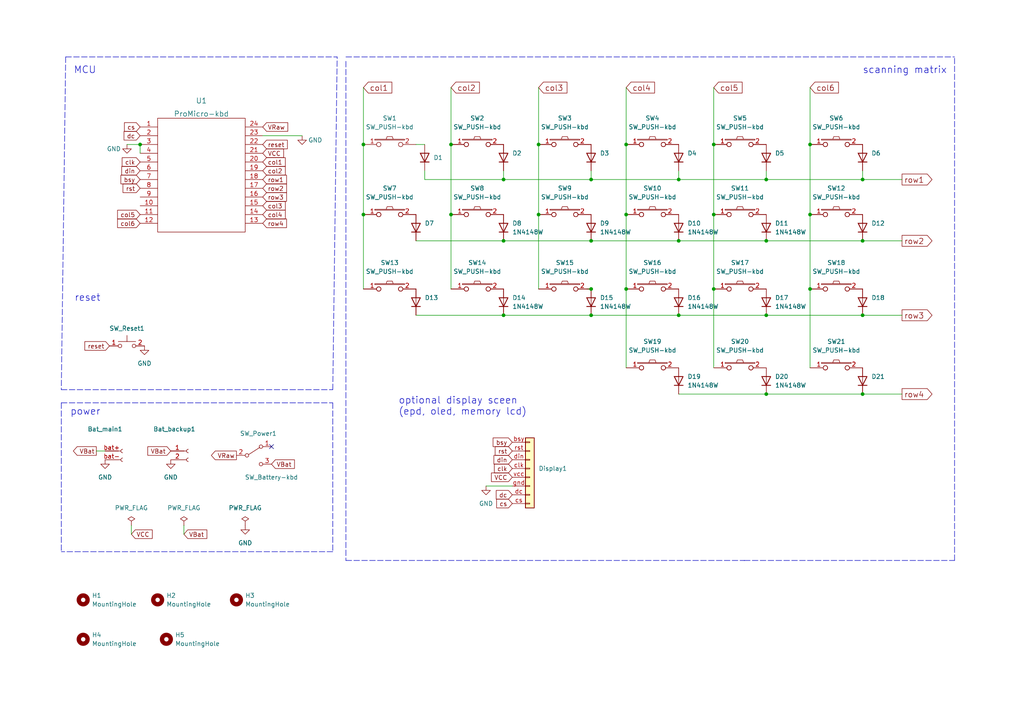
<source format=kicad_sch>
(kicad_sch (version 20211123) (generator eeschema)
  (paper "A4")
  (lib_symbols
    (symbol "Conn_Battery_solderable_1" (pin_names (offset 1.016) hide)
      (property "Reference" "Bat_backup1" (at -10.16 6.35 0))
      (symbol "Conn_Battery_solderable_1_1_1"
        (arc (start 0 -2.032) (mid -0.508 -2.54) (end 0 -3.048) (stroke (width 0.1524)))
        (polyline (pts (xy -1.27 -2.54) (xy -0.508 -2.54)) (stroke (width 0.1524)))
        (polyline (pts (xy -1.27 0) (xy -0.508 0)) (stroke (width 0.1524)))
        (arc (start 0 0.508) (mid -0.508 0) (end 0 -0.508) (stroke (width 0.1524)))
        (pin passive line (at -5.08 0 0) (length 3.81) (name "Bat+") (number "1"))
        (pin passive line (at -5.08 -2.54 0) (length 3.81) (name "Bat-") (number "2"))
      )
    )
    (symbol "Mechanical:MountingHole" (pin_names (offset 1.016))
      (property "Reference" "H" (at 0 5.08 0))
      (property "Value" "MountingHole" (at 0 3.175 0))
      (symbol "MountingHole_0_1"
        (circle (center 0 0) (radius 1.27) (stroke (width 1.27)))
      )
    )
    (symbol "mysymbol:1N4148W" (pin_numbers hide) (pin_names (offset 1.016) hide)
      (property "Reference" "D?" (at 2.54 1.2701 90))
      (symbol "1N4148W_0_1"
        (polyline (pts (xy -1.27 1.27) (xy -1.27 -1.27)) (stroke (width 0.254)))
        (polyline (pts (xy 1.27 0) (xy -1.27 0)))
        (polyline (pts (xy 1.27 1.27) (xy 1.27 -1.27) (xy -1.27 0) (xy 1.27 1.27)) (stroke (width 0.254)))
      )
      (symbol "1N4148W_1_1"
        (pin passive line (at -3.81 0 0) (length 2.54) (name "K") (number "1"))
        (pin passive line (at 3.81 0 180) (length 2.54) (name "A") (number "2"))
      )
    )
    (symbol "mysymbol:Conn_Battery_solderable" (pin_names (offset 1.016) hide)
      (property "Reference" "J?" (at 1.27 0.0001 0))
      (property "Value" "Conn_Battery_solderable" (at 1.27 -2.5399 0))
      (symbol "Conn_Battery_solderable_1_1"
        (arc (start 0 -2.032) (mid -0.508 -2.54) (end 0 -3.048) (stroke (width 0.1524)))
        (polyline (pts (xy -1.27 -2.54) (xy -0.508 -2.54)) (stroke (width 0.1524)))
        (polyline (pts (xy -1.27 0) (xy -0.508 0)) (stroke (width 0.1524)))
        (arc (start 0 0.508) (mid -0.508 0) (end 0 -0.508) (stroke (width 0.1524)))
        (pin passive line (at -5.08 0 0) (length 3.81) (name "Bat+") (number "bat+"))
        (pin passive line (at -5.08 -2.54 0) (length 3.81) (name "Bat-") (number "bat-"))
      )
    )
    (symbol "mysymbol:Conn_Display_general" (pin_names (offset 1.016) hide)
      (property "Reference" "J?" (at 2.54 0.0001 0))
      (property "Value" "Conn_Display_general" (at 2.54 -2.5399 0))
      (symbol "Conn_Display_general_1_1"
        (rectangle (start -1.27 -10.033) (end 0 -10.287) (stroke (width 0.1524)))
        (rectangle (start -1.27 -7.493) (end 0 -7.747) (stroke (width 0.1524)))
        (rectangle (start -1.27 -4.953) (end 0 -5.207) (stroke (width 0.1524)))
        (rectangle (start -1.27 -2.413) (end 0 -2.667) (stroke (width 0.1524)))
        (rectangle (start -1.27 0.127) (end 0 -0.127) (stroke (width 0.1524)))
        (rectangle (start -1.27 2.667) (end 0 2.413) (stroke (width 0.1524)))
        (rectangle (start -1.27 5.207) (end 0 4.953) (stroke (width 0.1524)))
        (rectangle (start -1.27 7.747) (end 0 7.493) (stroke (width 0.1524)))
        (rectangle (start -1.27 8.89) (end 1.27 -11.43) (stroke (width 0.254)) (fill (type background)))
        (pin passive line (at -5.08 7.62 0) (length 3.81) (name "BSY") (number "bsy"))
        (pin passive line (at -5.08 0 0) (length 3.81) (name "CLK") (number "clk"))
        (pin passive line (at -5.08 -10.16 0) (length 3.81) (name "CS") (number "cs"))
        (pin passive line (at -5.08 -7.62 0) (length 3.81) (name "DC") (number "dc"))
        (pin passive line (at -5.08 2.54 0) (length 3.81) (name "DIN") (number "din"))
        (pin passive line (at -5.08 -5.08 0) (length 3.81) (name "GND") (number "gnd"))
        (pin passive line (at -5.08 5.08 0) (length 3.81) (name "RST") (number "rst"))
        (pin passive line (at -5.08 -2.54 0) (length 3.81) (name "VCC") (number "vcc"))
      )
    )
    (symbol "mysymbol:ProMicro-kbd" (pin_names (offset 1.016) hide)
      (property "Reference" "U1" (at 0 24.13 0))
      (property "Value" "ProMicro-kbd" (at 0 -13.97 0))
      (symbol "ProMicro-kbd_0_1"
        (rectangle (start -12.7 21.59) (end 12.7 -11.43))
      )
      (symbol "ProMicro-kbd_1_1"
        (pin bidirectional line (at -17.78 19.05 0) (length 5.08) (name "TX") (number "1"))
        (pin bidirectional line (at -17.78 -3.81 0) (length 5.08) (name "E6") (number "10"))
        (pin bidirectional line (at -17.78 -6.35 0) (length 5.08) (name "B4") (number "11"))
        (pin bidirectional line (at -17.78 -8.89 0) (length 5.08) (name "B5") (number "12"))
        (pin bidirectional line (at 17.78 -8.89 180) (length 5.08) (name "B6") (number "13"))
        (pin bidirectional line (at 17.78 -6.35 180) (length 5.08) (name "B2") (number "14"))
        (pin bidirectional line (at 17.78 -3.81 180) (length 5.08) (name "B3") (number "15"))
        (pin bidirectional line (at 17.78 -1.27 180) (length 5.08) (name "B1") (number "16"))
        (pin bidirectional line (at 17.78 1.27 180) (length 5.08) (name "F7") (number "17"))
        (pin bidirectional line (at 17.78 3.81 180) (length 5.08) (name "F6") (number "18"))
        (pin bidirectional line (at 17.78 6.35 180) (length 5.08) (name "F5") (number "19"))
        (pin bidirectional line (at -17.78 16.51 0) (length 5.08) (name "RX") (number "2"))
        (pin bidirectional line (at 17.78 8.89 180) (length 5.08) (name "F4") (number "20"))
        (pin power_in line (at 17.78 11.43 180) (length 5.08) (name "VCC") (number "21"))
        (pin input line (at 17.78 13.97 180) (length 5.08) (name "RST") (number "22"))
        (pin power_in line (at 17.78 16.51 180) (length 5.08) (name "GND") (number "23"))
        (pin power_out line (at 17.78 19.05 180) (length 5.08) (name "RAW") (number "24"))
        (pin power_in line (at -17.78 13.97 0) (length 5.08) (name "GND") (number "3"))
        (pin power_in line (at -17.78 11.43 0) (length 5.08) (name "GND") (number "4"))
        (pin bidirectional line (at -17.78 8.89 0) (length 5.08) (name "SDA") (number "5"))
        (pin bidirectional line (at -17.78 6.35 0) (length 5.08) (name "SCL") (number "6"))
        (pin bidirectional line (at -17.78 3.81 0) (length 5.08) (name "D4") (number "7"))
        (pin bidirectional line (at -17.78 1.27 0) (length 5.08) (name "C6") (number "8"))
        (pin bidirectional line (at -17.78 -1.27 0) (length 5.08) (name "D7") (number "9"))
      )
    )
    (symbol "mysymbol:SW_Battery-kbd" (pin_names (offset 0) hide)
      (property "Reference" "SW_Battery?" (at 7.62 4.3476 0))
      (property "Value" "SW_Battery-kbd" (at 5.08 -6.35 0))
      (symbol "SW_Battery-kbd_0_0"
        (circle (center -2.032 0) (radius 0.508))
        (circle (center 2.032 -2.54) (radius 0.508))
      )
      (symbol "SW_Battery-kbd_0_1"
        (polyline (pts (xy -1.524 0.254) (xy 1.651 2.286)))
        (circle (center 2.032 2.54) (radius 0.508))
      )
      (symbol "SW_Battery-kbd_1_1"
        (pin passive line (at 5.08 2.54 180) (length 2.54) (name "A") (number "1"))
        (pin passive line (at -5.08 0 0) (length 2.54) (name "B") (number "2"))
        (pin passive line (at 5.08 -2.54 180) (length 2.54) (name "C") (number "3"))
      )
    )
    (symbol "mysymbol:SW_PUSH-kbd" (pin_names (offset 1.016) hide)
      (property "Reference" "SW1" (at 3.81 2.794 0))
      (symbol "SW_PUSH-kbd_0_1"
        (rectangle (start -4.318 1.27) (end 4.318 1.524))
        (polyline (pts (xy -1.016 1.524) (xy -0.762 2.286) (xy 0.762 2.286) (xy 1.016 1.524)))
        (pin passive inverted (at -7.62 0 0) (length 5.08) (name "1") (number "1"))
        (pin passive inverted (at 7.62 0 180) (length 5.08) (name "2") (number "2"))
      )
    )
    (symbol "mysymbol:SW_RESET-kbd" (pin_names (offset 1.016) hide)
      (property "Reference" "RSW?" (at 0 7.239 0))
      (property "Value" "SW_RESET-kbd" (at 0 4.9276 0))
      (symbol "SW_RESET-kbd_0_1"
        (circle (center -2.032 0) (radius 0.508))
        (polyline (pts (xy 0 1.27) (xy 0 3.048)))
        (polyline (pts (xy 2.54 1.27) (xy -2.54 1.27)))
        (circle (center 2.032 0) (radius 0.508))
        (pin passive line (at -5.08 0 0) (length 2.54) (name "1") (number "1"))
        (pin passive line (at 5.08 0 180) (length 2.54) (name "2") (number "2"))
      )
    )
    (symbol "power:GND" (power) (pin_names (offset 0))
      (property "Value" "GND" (at 0 -3.81 0))
      (symbol "GND_0_1"
        (polyline (pts (xy 0 0) (xy 0 -1.27) (xy 1.27 -1.27) (xy 0 -2.54) (xy -1.27 -1.27) (xy 0 -1.27)))
      )
      (symbol "GND_1_1"
        (pin power_in line (at 0 0 270) (length 0) hide (name "GND") (number "1"))
      )
    )
    (symbol "power:PWR_FLAG" (power) (pin_numbers hide) (pin_names (offset 0) hide)
      (property "Value" "PWR_FLAG" (at 0 3.81 0))
      (symbol "PWR_FLAG_0_0"
        (pin power_out line (at 0 0 90) (length 0) (name "pwr") (number "1"))
      )
      (symbol "PWR_FLAG_0_1"
        (polyline (pts (xy 0 0) (xy 0 1.27) (xy -1.016 1.905) (xy 0 2.54) (xy 1.016 1.905) (xy 0 1.27)))
      )
    )
  )
  (junction (at 234.95 62.23))
  (junction (at 171.45 91.44))
  (junction (at 222.25 91.44))
  (junction (at 222.25 114.3))
  (junction (at 250.19 52.07))
  (junction (at 181.61 83.82))
  (junction (at 250.19 69.85))
  (junction (at 222.25 69.85))
  (junction (at 105.41 62.23))
  (junction (at 250.19 114.3))
  (junction (at 156.21 62.23))
  (junction (at 207.01 62.23))
  (junction (at 146.05 91.44))
  (junction (at 250.19 91.44))
  (junction (at 146.05 52.07))
  (junction (at 234.95 41.91))
  (junction (at 181.61 41.91))
  (junction (at 234.95 83.82))
  (junction (at 196.85 69.85))
  (junction (at 105.41 41.91))
  (junction (at 130.81 62.23))
  (junction (at 207.01 83.82))
  (junction (at 196.85 52.07))
  (junction (at 40.64 41.91))
  (junction (at 196.85 91.44))
  (junction (at 171.45 83.82))
  (junction (at 130.81 41.91))
  (junction (at 207.01 41.91))
  (junction (at 222.25 52.07))
  (junction (at 146.05 69.85))
  (junction (at 156.21 41.91))
  (junction (at 171.45 69.85))
  (junction (at 171.45 52.07))
  (junction (at 181.61 62.23))
  (no_connect (at 78.74 129.54))
  (wire (pts (xy 250.19 114.3) (xy 261.62 114.3)))
  (polyline (pts (xy 96.52 116.84) (xy 96.52 160.02)))
  (wire (pts (xy 130.81 25.4) (xy 130.81 41.91)))
  (wire (pts (xy 181.61 83.82) (xy 181.61 106.68)))
  (wire (pts (xy 222.25 49.53) (xy 222.25 52.07)))
  (wire (pts (xy 181.61 41.91) (xy 181.61 62.23)))
  (polyline (pts (xy 215.9 162.56) (xy 215.9 162.56)))
  (wire (pts (xy 250.19 52.07) (xy 261.62 52.07)))
  (polyline (pts (xy 276.86 162.56) (xy 276.86 16.51)))
  (wire (pts (xy 156.21 41.91) (xy 156.21 62.23)))
  (wire (pts (xy 146.05 49.53) (xy 146.05 52.07)))
  (wire (pts (xy 196.85 114.3) (xy 222.25 114.3)))
  (polyline (pts (xy 100.33 16.51) (xy 276.86 16.51)))
  (wire (pts (xy 234.95 83.82) (xy 234.95 106.68)))
  (wire (pts (xy 234.95 41.91) (xy 234.95 62.23)))
  (polyline (pts (xy 96.52 113.03) (xy 97.79 16.51)))
  (polyline (pts (xy 100.33 17.78) (xy 100.33 162.56)))
  (wire (pts (xy 87.63 39.37) (xy 76.2 39.37)))
  (wire (pts (xy 27.94 130.81) (xy 30.48 130.81)))
  (wire (pts (xy 120.65 69.85) (xy 146.05 69.85)))
  (wire (pts (xy 250.19 69.85) (xy 261.62 69.85)))
  (wire (pts (xy 123.19 49.53) (xy 123.19 52.07)))
  (wire (pts (xy 170.18 83.82) (xy 171.45 83.82)))
  (wire (pts (xy 105.41 41.91) (xy 105.41 62.23)))
  (wire (pts (xy 53.34 154.94) (xy 53.34 152.4)))
  (wire (pts (xy 181.61 25.4) (xy 181.61 41.91)))
  (wire (pts (xy 196.85 49.53) (xy 196.85 52.07)))
  (wire (pts (xy 207.01 41.91) (xy 207.01 62.23)))
  (wire (pts (xy 234.95 62.23) (xy 234.95 83.82)))
  (wire (pts (xy 171.45 52.07) (xy 196.85 52.07)))
  (wire (pts (xy 120.65 41.91) (xy 123.19 41.91)))
  (wire (pts (xy 130.81 41.91) (xy 130.81 62.23)))
  (wire (pts (xy 146.05 69.85) (xy 171.45 69.85)))
  (wire (pts (xy 207.01 25.4) (xy 207.01 41.91)))
  (wire (pts (xy 120.65 91.44) (xy 146.05 91.44)))
  (polyline (pts (xy 19.05 16.51) (xy 17.78 113.03)))
  (wire (pts (xy 130.81 62.23) (xy 130.81 83.82)))
  (wire (pts (xy 250.19 91.44) (xy 261.62 91.44)))
  (wire (pts (xy 181.61 62.23) (xy 181.61 83.82)))
  (wire (pts (xy 38.1 154.94) (xy 38.1 152.4)))
  (polyline (pts (xy 17.78 116.84) (xy 96.52 116.84)))
  (polyline (pts (xy 17.78 116.84) (xy 17.78 160.02)))
  (polyline (pts (xy 96.52 160.02) (xy 17.78 160.02)))
  (wire (pts (xy 146.05 91.44) (xy 171.45 91.44)))
  (wire (pts (xy 36.83 41.91) (xy 40.64 41.91)))
  (polyline (pts (xy 100.33 162.56) (xy 215.9 162.56)))
  (wire (pts (xy 196.85 52.07) (xy 222.25 52.07)))
  (wire (pts (xy 196.85 91.44) (xy 222.25 91.44)))
  (wire (pts (xy 156.21 62.23) (xy 156.21 83.82)))
  (wire (pts (xy 222.25 69.85) (xy 250.19 69.85)))
  (wire (pts (xy 123.19 52.07) (xy 146.05 52.07)))
  (wire (pts (xy 250.19 52.07) (xy 250.19 49.53)))
  (wire (pts (xy 40.64 44.45) (xy 40.64 41.91)))
  (wire (pts (xy 105.41 62.23) (xy 105.41 83.82)))
  (polyline (pts (xy 215.9 162.56) (xy 276.86 162.56)))
  (wire (pts (xy 105.41 25.4) (xy 105.41 41.91)))
  (wire (pts (xy 207.01 83.82) (xy 207.01 106.68)))
  (wire (pts (xy 171.45 49.53) (xy 171.45 52.07)))
  (wire (pts (xy 207.01 62.23) (xy 207.01 83.82)))
  (wire (pts (xy 146.05 52.07) (xy 171.45 52.07)))
  (wire (pts (xy 171.45 91.44) (xy 196.85 91.44)))
  (wire (pts (xy 222.25 91.44) (xy 250.19 91.44)))
  (polyline (pts (xy 19.05 16.51) (xy 97.79 16.51)))
  (wire (pts (xy 171.45 69.85) (xy 196.85 69.85)))
  (wire (pts (xy 222.25 114.3) (xy 250.19 114.3)))
  (polyline (pts (xy 17.78 113.03) (xy 96.52 113.03)))
  (wire (pts (xy 222.25 52.07) (xy 250.19 52.07)))
  (wire (pts (xy 156.21 25.4) (xy 156.21 41.91)))
  (wire (pts (xy 196.85 69.85) (xy 222.25 69.85)))
  (wire (pts (xy 234.95 25.4) (xy 234.95 41.91)))
  (wire (pts (xy 140.97 140.97) (xy 148.59 140.97)))
  (text "scanning matrix" (at 250.19 21.59 0) (effects (font (size 2 2)) (justify left bottom)))
  (text "optional display sceen\n(epd, oled, memory lcd)" (at 115.57 120.65 0) (effects (font (size 2 2)) (justify left bottom)))
  (text "MCU" (at 27.94 21.59 180) (effects (font (size 2 2)) (justify right bottom)))
  (text "power" (at 29.21 120.65 180) (effects (font (size 2 2)) (justify right bottom)))
  (text "reset" (at 29.21 87.63 180) (effects (font (size 2 2)) (justify right bottom)))
  (global_label "VBat" (shape input) (at 53.34 154.94 0) (property "Intersheet References" "${INTERSHEET_REFS}" (effects hide)))
  (global_label "col3" (shape input) (at 76.2 59.69 0) (property "Intersheet References" "${INTERSHEET_REFS}" (effects hide)))
  (global_label "col3" (shape input) (at 156.21 25.4 0) (effects (font (size 1.6 1.6))) (property "Intersheet References" "${INTERSHEET_REFS}" (effects hide)))
  (global_label "row4" (shape input) (at 76.2 64.77 0) (property "Intersheet References" "${INTERSHEET_REFS}" (effects hide)))
  (global_label "col5" (shape input) (at 207.01 25.4 0) (effects (font (size 1.6 1.6))) (property "Intersheet References" "${INTERSHEET_REFS}" (effects hide)))
  (global_label "col4" (shape input) (at 181.61 25.4 0) (effects (font (size 1.6 1.6))) (property "Intersheet References" "${INTERSHEET_REFS}" (effects hide)))
  (global_label "col2" (shape input) (at 130.81 25.4 0) (effects (font (size 1.6 1.6))) (property "Intersheet References" "${INTERSHEET_REFS}" (effects hide)))
  (global_label "col6" (shape input) (at 40.64 64.77 180) (property "Intersheet References" "${INTERSHEET_REFS}" (effects hide)))
  (global_label "dc" (shape input) (at 40.64 39.37 180) (property "Intersheet References" "${INTERSHEET_REFS}" (effects hide)))
  (global_label "row2" (shape output) (at 261.62 69.85 0) (effects (font (size 1.6 1.6))) (property "Intersheet References" "${INTERSHEET_REFS}" (effects hide)))
  (global_label "reset" (shape input) (at 76.2 41.91 0) (property "Intersheet References" "${INTERSHEET_REFS}" (effects hide)))
  (global_label "VCC" (shape input) (at 148.59 138.43 180) (property "Intersheet References" "${INTERSHEET_REFS}" (effects hide)))
  (global_label "col2" (shape input) (at 76.2 49.53 0) (property "Intersheet References" "${INTERSHEET_REFS}" (effects hide)))
  (global_label "row4" (shape output) (at 261.62 114.3 0) (effects (font (size 1.6 1.6))) (property "Intersheet References" "${INTERSHEET_REFS}" (effects hide)))
  (global_label "VCC" (shape input) (at 76.2 44.45 0) (property "Intersheet References" "${INTERSHEET_REFS}" (effects hide)))
  (global_label "row1" (shape output) (at 261.62 52.07 0) (effects (font (size 1.6 1.6))) (property "Intersheet References" "${INTERSHEET_REFS}" (effects hide)))
  (global_label "rst" (shape input) (at 148.59 130.81 180) (property "Intersheet References" "${INTERSHEET_REFS}" (effects hide)))
  (global_label "VRaw" (shape output) (at 68.58 132.08 180) (property "Intersheet References" "${INTERSHEET_REFS}" (effects hide)))
  (global_label "col5" (shape input) (at 40.64 62.23 180) (property "Intersheet References" "${INTERSHEET_REFS}" (effects hide)))
  (global_label "row1" (shape input) (at 76.2 52.07 0) (property "Intersheet References" "${INTERSHEET_REFS}" (effects hide)))
  (global_label "VBat" (shape output) (at 27.94 130.81 180) (property "Intersheet References" "${INTERSHEET_REFS}" (effects hide)))
  (global_label "cs" (shape input) (at 148.59 146.05 180) (property "Intersheet References" "${INTERSHEET_REFS}" (effects hide)))
  (global_label "VBat" (shape input) (at 49.53 130.81 180) (property "Intersheet References" "${INTERSHEET_REFS}" (effects hide)))
  (global_label "din" (shape input) (at 40.64 49.53 180) (property "Intersheet References" "${INTERSHEET_REFS}" (effects hide)))
  (global_label "row3" (shape input) (at 76.2 57.15 0) (property "Intersheet References" "${INTERSHEET_REFS}" (effects hide)))
  (global_label "col6" (shape input) (at 234.95 25.4 0) (effects (font (size 1.6 1.6))) (property "Intersheet References" "${INTERSHEET_REFS}" (effects hide)))
  (global_label "VBat" (shape input) (at 78.74 134.62 0) (property "Intersheet References" "${INTERSHEET_REFS}" (effects hide)))
  (global_label "bsy" (shape input) (at 148.59 128.27 180) (property "Intersheet References" "${INTERSHEET_REFS}" (effects hide)))
  (global_label "row2" (shape input) (at 76.2 54.61 0) (property "Intersheet References" "${INTERSHEET_REFS}" (effects hide)))
  (global_label "clk" (shape input) (at 40.64 46.99 180) (property "Intersheet References" "${INTERSHEET_REFS}" (effects hide)))
  (global_label "VCC" (shape input) (at 38.1 154.94 0) (property "Intersheet References" "${INTERSHEET_REFS}" (effects hide)))
  (global_label "bsy" (shape input) (at 40.64 52.07 180) (property "Intersheet References" "${INTERSHEET_REFS}" (effects hide)))
  (global_label "rst" (shape input) (at 40.64 54.61 180) (property "Intersheet References" "${INTERSHEET_REFS}" (effects hide)))
  (global_label "col1" (shape input) (at 105.41 25.4 0) (effects (font (size 1.6 1.6))) (property "Intersheet References" "${INTERSHEET_REFS}" (effects hide)))
  (global_label "row3" (shape output) (at 261.62 91.44 0) (effects (font (size 1.6 1.6))) (property "Intersheet References" "${INTERSHEET_REFS}" (effects hide)))
  (global_label "col4" (shape input) (at 76.2 62.23 0) (property "Intersheet References" "${INTERSHEET_REFS}" (effects hide)))
  (global_label "clk" (shape input) (at 148.59 135.89 180) (property "Intersheet References" "${INTERSHEET_REFS}" (effects hide)))
  (global_label "col1" (shape input) (at 76.2 46.99 0) (property "Intersheet References" "${INTERSHEET_REFS}" (effects hide)))
  (global_label "VRaw" (shape input) (at 76.2 36.83 0) (property "Intersheet References" "${INTERSHEET_REFS}" (effects hide)))
  (global_label "din" (shape input) (at 148.59 133.35 180) (property "Intersheet References" "${INTERSHEET_REFS}" (effects hide)))
  (global_label "cs" (shape input) (at 40.64 36.83 180) (property "Intersheet References" "${INTERSHEET_REFS}" (effects hide)))
  (global_label "dc" (shape input) (at 148.59 143.51 180) (property "Intersheet References" "${INTERSHEET_REFS}" (effects hide)))
  (global_label "reset" (shape input) (at 31.75 100.33 180) (property "Intersheet References" "${INTERSHEET_REFS}" (effects hide)))
  (symbol (lib_id "power:GND") (at 41.91 100.33 0) (unit 1)
    (property "Reference" "#PWR03" (effects hide))
    (property "Value" "GND" (at 41.91 105.41 0))
  )
  (symbol (lib_id "mysymbol:1N4148W") (at 250.19 66.04 90) (unit 1)
    (property "Reference" "D12" (at 252.73 64.7699 90) (effects (justify right)))
    (property "Value" "1N4148W" (effects hide))
    (property "Footprint" "mylib:Diode" (effects hide))
    (property "Datasheet" "https://www.vishay.com/docs/85748/1n4148w.pdf" (effects hide))
  )
  (symbol (lib_id "mysymbol:SW_PUSH-kbd") (at 242.57 62.23 0) (unit 1)
    (property "Reference" "SW12" (at 242.57 54.61 0))
    (property "Value" "SW_PUSH-kbd" (at 242.57 57.15 0))
    (property "Footprint" "mylib:Kailh_Choc_Hotplug" (effects hide))
  )
  (symbol (lib_id "mysymbol:1N4148W") (at 196.85 87.63 90) (unit 1)
    (property "Reference" "D16" (at 199.39 86.3599 90) (effects (justify right)))
    (property "Value" "1N4148W" (at 199.39 88.8999 90) (effects (justify right)))
    (property "Footprint" "mylib:Diode" (effects hide))
    (property "Datasheet" "https://www.vishay.com/docs/85748/1n4148w.pdf" (effects hide))
  )
  (symbol (lib_id "mysymbol:1N4148W") (at 250.19 110.49 90) (unit 1)
    (property "Reference" "D21" (at 252.73 109.2199 90) (effects (justify right)))
    (property "Value" "1N4148W" (effects hide))
    (property "Footprint" "mylib:Diode" (effects hide))
    (property "Datasheet" "https://www.vishay.com/docs/85748/1n4148w.pdf" (effects hide))
  )
  (symbol (lib_id "power:PWR_FLAG") (at 71.12 152.4 0) (unit 1)
    (property "Reference" "#FLG03" (effects hide))
    (property "Value" "PWR_FLAG" (at 71.12 147.32 0))
  )
  (symbol (lib_id "mysymbol:1N4148W") (at 222.25 110.49 90) (unit 1)
    (property "Reference" "D20" (at 224.79 109.2199 90) (effects (justify right)))
    (property "Value" "1N4148W" (at 224.79 111.7599 90) (effects (justify right)))
    (property "Footprint" "mylib:Diode" (effects hide))
    (property "Datasheet" "https://www.vishay.com/docs/85748/1n4148w.pdf" (effects hide))
  )
  (symbol (lib_id "mysymbol:SW_PUSH-kbd") (at 242.57 83.82 0) (unit 1)
    (property "Reference" "SW18" (at 242.57 76.2 0))
    (property "Value" "SW_PUSH-kbd" (at 242.57 78.74 0))
    (property "Footprint" "mylib:Kailh_Choc_Hotplug" (effects hide))
  )
  (symbol (lib_name "Conn_Battery_solderable_1") (lib_id "mysymbol:Conn_Battery_solderable") (at 54.61 130.81 0) (unit 1)
    (property "Reference" "Bat_backup1" (at 44.45 124.46 0) (effects (justify left)))
    (property "Value" "Conn_Battery_solderable" (effects hide))
    (property "Footprint" "Connector_JST:JST_ACH_BM02B-ACHSS-GAN-ETF_1x02-1MP_P1.20mm_Vertical" (effects hide))
  )
  (symbol (lib_id "Mechanical:MountingHole") (at 24.13 173.99 0) (unit 1) (in_bom no)
    (property "Reference" "H1" (at 26.67 172.7199 0) (effects (justify left)))
    (property "Value" "MountingHole" (at 26.67 175.2599 0) (effects (justify left)))
    (property "Footprint" "MountingHole:MountingHole_3.2mm_M3_DIN965" (effects hide))
  )
  (symbol (lib_id "mysymbol:1N4148W") (at 146.05 45.72 90) (unit 1)
    (property "Reference" "D2" (at 148.59 44.4499 90) (effects (justify right)))
    (property "Value" "1N4148W" (effects hide))
    (property "Footprint" "mylib:Diode" (effects hide))
    (property "Datasheet" "https://www.vishay.com/docs/85748/1n4148w.pdf" (effects hide))
  )
  (symbol (lib_id "power:GND") (at 140.97 140.97 0) (unit 1)
    (property "Reference" "#PWR06" (effects hide))
    (property "Value" "GND" (at 140.97 146.05 0))
  )
  (symbol (lib_id "power:GND") (at 87.63 39.37 0) (unit 1)
    (property "Reference" "#PWR01" (effects hide))
    (property "Value" "GND" (at 91.44 40.64 0))
  )
  (symbol (lib_id "mysymbol:SW_PUSH-kbd") (at 189.23 62.23 0) (unit 1)
    (property "Reference" "SW10" (at 189.23 54.61 0))
    (property "Value" "SW_PUSH-kbd" (at 189.23 57.15 0))
    (property "Footprint" "mylib:Kailh_Choc_Hotplug" (effects hide))
  )
  (symbol (lib_id "mysymbol:SW_PUSH-kbd") (at 163.83 62.23 0) (unit 1)
    (property "Reference" "SW9" (at 163.83 54.61 0))
    (property "Value" "SW_PUSH-kbd" (at 163.83 57.15 0))
    (property "Footprint" "mylib:Kailh_Choc_Hotplug" (effects hide))
  )
  (symbol (lib_id "mysymbol:SW_PUSH-kbd") (at 163.83 83.82 0) (unit 1)
    (property "Reference" "SW15" (at 163.83 76.2 0))
    (property "Value" "SW_PUSH-kbd" (at 163.83 78.74 0))
    (property "Footprint" "mylib:Kailh_Choc_Hotplug" (effects hide))
  )
  (symbol (lib_id "power:GND") (at 36.83 41.91 0) (unit 1)
    (property "Reference" "#PWR02" (effects hide))
    (property "Value" "GND" (at 33.02 43.18 0))
  )
  (symbol (lib_id "power:GND") (at 30.48 133.35 0) (unit 1)
    (property "Reference" "#PWR04" (effects hide))
    (property "Value" "GND" (at 30.48 138.43 0))
  )
  (symbol (lib_id "mysymbol:1N4148W") (at 222.25 66.04 90) (unit 1)
    (property "Reference" "D11" (at 224.79 64.7699 90) (effects (justify right)))
    (property "Value" "1N4148W" (at 224.79 67.3099 90) (effects (justify right)))
    (property "Footprint" "mylib:Diode" (effects hide))
    (property "Datasheet" "https://www.vishay.com/docs/85748/1n4148w.pdf" (effects hide))
  )
  (symbol (lib_id "mysymbol:SW_PUSH-kbd") (at 113.03 83.82 0) (unit 1)
    (property "Reference" "SW13" (at 113.03 76.2 0))
    (property "Value" "SW_PUSH-kbd" (at 113.03 78.74 0))
    (property "Footprint" "mylib:Kailh_Choc_Hotplug" (effects hide))
  )
  (symbol (lib_id "mysymbol:1N4148W") (at 146.05 66.04 90) (unit 1)
    (property "Reference" "D8" (at 148.59 64.7699 90) (effects (justify right)))
    (property "Value" "1N4148W" (at 148.59 67.3099 90) (effects (justify right)))
    (property "Footprint" "mylib:Diode" (effects hide))
    (property "Datasheet" "https://www.vishay.com/docs/85748/1n4148w.pdf" (effects hide))
  )
  (symbol (lib_id "Mechanical:MountingHole") (at 68.58 173.99 0) (unit 1) (in_bom no)
    (property "Reference" "H3" (at 71.12 172.7199 0) (effects (justify left)))
    (property "Value" "MountingHole" (at 71.12 175.2599 0) (effects (justify left)))
    (property "Footprint" "MountingHole:MountingHole_3.2mm_M3_DIN965" (effects hide))
  )
  (symbol (lib_id "power:PWR_FLAG") (at 53.34 152.4 0) (unit 1)
    (property "Reference" "#FLG02" (effects hide))
    (property "Value" "PWR_FLAG" (at 53.34 147.32 0))
  )
  (symbol (lib_id "power:PWR_FLAG") (at 38.1 152.4 0) (unit 1)
    (property "Reference" "#FLG01" (effects hide))
    (property "Value" "PWR_FLAG" (at 38.1 147.32 0))
  )
  (symbol (lib_id "mysymbol:SW_PUSH-kbd") (at 189.23 106.68 0) (unit 1)
    (property "Reference" "SW19" (at 189.23 99.06 0))
    (property "Value" "SW_PUSH-kbd" (at 189.23 101.6 0))
    (property "Footprint" "mylib:Kailh_Choc_Hotplug" (effects hide))
  )
  (symbol (lib_id "power:GND") (at 49.53 133.35 0) (unit 1)
    (property "Reference" "#PWR05" (effects hide))
    (property "Value" "GND" (at 49.53 138.43 0))
  )
  (symbol (lib_id "mysymbol:1N4148W") (at 120.65 66.04 90) (unit 1)
    (property "Reference" "D7" (at 123.19 64.7699 90) (effects (justify right)))
    (property "Value" "1N4148W" (effects hide))
    (property "Footprint" "mylib:Diode" (effects hide))
    (property "Datasheet" "https://www.vishay.com/docs/85748/1n4148w.pdf" (effects hide))
  )
  (symbol (lib_id "mysymbol:SW_PUSH-kbd") (at 138.43 62.23 0) (unit 1)
    (property "Reference" "SW8" (at 138.43 54.61 0))
    (property "Value" "SW_PUSH-kbd" (at 138.43 57.15 0))
    (property "Footprint" "mylib:Kailh_Choc_Hotplug" (effects hide))
  )
  (symbol (lib_id "mysymbol:1N4148W") (at 222.25 45.72 90) (unit 1)
    (property "Reference" "D5" (at 224.79 44.4499 90) (effects (justify right)))
    (property "Value" "1N4148W" (effects hide))
    (property "Footprint" "mylib:Diode" (effects hide))
    (property "Datasheet" "https://www.vishay.com/docs/85748/1n4148w.pdf" (effects hide))
  )
  (symbol (lib_id "Mechanical:MountingHole") (at 24.13 185.42 0) (unit 1) (in_bom no)
    (property "Reference" "H4" (at 26.67 184.1499 0) (effects (justify left)))
    (property "Value" "MountingHole" (at 26.67 186.6899 0) (effects (justify left)))
    (property "Footprint" "MountingHole:MountingHole_3.2mm_M3_DIN965" (effects hide))
  )
  (symbol (lib_id "mysymbol:1N4148W") (at 120.65 87.63 90) (unit 1)
    (property "Reference" "D13" (at 123.19 86.3599 90) (effects (justify right)))
    (property "Value" "1N4148W" (effects hide))
    (property "Footprint" "mylib:Diode" (effects hide))
    (property "Datasheet" "https://www.vishay.com/docs/85748/1n4148w.pdf" (effects hide))
  )
  (symbol (lib_id "mysymbol:1N4148W") (at 196.85 110.49 90) (unit 1)
    (property "Reference" "D19" (at 199.39 109.2199 90) (effects (justify right)))
    (property "Value" "1N4148W" (at 199.39 111.7599 90) (effects (justify right)))
    (property "Footprint" "mylib:Diode" (effects hide))
    (property "Datasheet" "https://www.vishay.com/docs/85748/1n4148w.pdf" (effects hide))
  )
  (symbol (lib_id "mysymbol:1N4148W") (at 222.25 87.63 90) (unit 1)
    (property "Reference" "D17" (at 224.79 86.3599 90) (effects (justify right)))
    (property "Value" "1N4148W" (at 224.79 88.8999 90) (effects (justify right)))
    (property "Footprint" "mylib:Diode" (effects hide))
    (property "Datasheet" "https://www.vishay.com/docs/85748/1n4148w.pdf" (effects hide))
  )
  (symbol (lib_id "mysymbol:SW_PUSH-kbd") (at 138.43 41.91 0) (unit 1)
    (property "Reference" "SW2" (at 138.43 34.29 0))
    (property "Value" "SW_PUSH-kbd" (at 138.43 36.83 0))
    (property "Footprint" "mylib:Kailh_Choc_Hotplug" (effects hide))
  )
  (symbol (lib_id "mysymbol:SW_Battery-kbd") (at 73.66 132.08 0) (unit 1)
    (property "Reference" "SW_Power1" (at 74.93 125.73 0))
    (property "Value" "SW_Battery-kbd" (at 78.74 138.43 0))
    (property "Footprint" "mylib:SW_BSI10" (effects hide))
  )
  (symbol (lib_id "mysymbol:SW_PUSH-kbd") (at 214.63 83.82 0) (unit 1)
    (property "Reference" "SW17" (at 214.63 76.2 0))
    (property "Value" "SW_PUSH-kbd" (at 214.63 78.74 0))
    (property "Footprint" "mylib:Kailh_Choc_Hotplug" (effects hide))
  )
  (symbol (lib_id "mysymbol:SW_PUSH-kbd") (at 163.83 41.91 0) (unit 1)
    (property "Reference" "SW3" (at 163.83 34.29 0))
    (property "Value" "SW_PUSH-kbd" (at 163.83 36.83 0))
    (property "Footprint" "mylib:Kailh_Choc_Hotplug" (effects hide))
  )
  (symbol (lib_id "mysymbol:SW_PUSH-kbd") (at 113.03 41.91 0) (unit 1)
    (property "Reference" "SW1" (at 113.03 34.29 0))
    (property "Value" "SW_PUSH-kbd" (at 113.03 36.83 0))
    (property "Footprint" "mylib:Kailh_Choc_Hotplug" (effects hide))
  )
  (symbol (lib_id "mysymbol:ProMicro-kbd") (at 58.42 55.88 0) (unit 1)
    (property "Reference" "U1" (at 58.42 29.21 0) (effects (font (size 1.524 1.524))))
    (property "Value" "ProMicro-kbd" (at 58.42 33.02 0) (effects (font (size 1.524 1.524))))
    (property "Footprint" "mylib:ProMicro_Jumpers" (effects hide))
  )
  (symbol (lib_id "mysymbol:1N4148W") (at 250.19 87.63 90) (unit 1)
    (property "Reference" "D18" (at 252.73 86.3599 90) (effects (justify right)))
    (property "Value" "1N4148W" (effects hide))
    (property "Footprint" "mylib:Diode" (effects hide))
    (property "Datasheet" "https://www.vishay.com/docs/85748/1n4148w.pdf" (effects hide))
  )
  (symbol (lib_id "mysymbol:SW_PUSH-kbd") (at 242.57 41.91 0) (unit 1)
    (property "Reference" "SW6" (at 242.57 34.29 0))
    (property "Value" "SW_PUSH-kbd" (at 242.57 36.83 0))
    (property "Footprint" "mylib:Kailh_Choc_Hotplug" (effects hide))
  )
  (symbol (lib_id "mysymbol:1N4148W") (at 171.45 45.72 90) (unit 1)
    (property "Reference" "D3" (at 173.99 44.4499 90) (effects (justify right)))
    (property "Value" "1N4148W" (effects hide))
    (property "Footprint" "mylib:Diode" (effects hide))
    (property "Datasheet" "https://www.vishay.com/docs/85748/1n4148w.pdf" (effects hide))
  )
  (symbol (lib_id "mysymbol:SW_PUSH-kbd") (at 189.23 83.82 0) (unit 1)
    (property "Reference" "SW16" (at 189.23 76.2 0))
    (property "Value" "SW_PUSH-kbd" (at 189.23 78.74 0))
    (property "Footprint" "mylib:Kailh_Choc_Hotplug" (effects hide))
  )
  (symbol (lib_id "mysymbol:1N4148W") (at 250.19 45.72 90) (unit 1)
    (property "Reference" "D6" (at 252.73 44.4499 90) (effects (justify right)))
    (property "Value" "1N4148W" (effects hide))
    (property "Footprint" "mylib:Diode" (effects hide))
    (property "Datasheet" "https://www.vishay.com/docs/85748/1n4148w.pdf" (effects hide))
  )
  (symbol (lib_id "mysymbol:SW_PUSH-kbd") (at 189.23 41.91 0) (unit 1)
    (property "Reference" "SW4" (at 189.23 34.29 0))
    (property "Value" "SW_PUSH-kbd" (at 189.23 36.83 0))
    (property "Footprint" "mylib:Kailh_Choc_Hotplug" (effects hide))
  )
  (symbol (lib_id "mysymbol:SW_PUSH-kbd") (at 138.43 83.82 0) (unit 1)
    (property "Reference" "SW14" (at 138.43 76.2 0))
    (property "Value" "SW_PUSH-kbd" (at 138.43 78.74 0))
    (property "Footprint" "mylib:Kailh_Choc_Hotplug" (effects hide))
  )
  (symbol (lib_id "mysymbol:SW_PUSH-kbd") (at 242.57 106.68 0) (unit 1)
    (property "Reference" "SW21" (at 242.57 99.06 0))
    (property "Value" "SW_PUSH-kbd" (at 242.57 101.6 0))
    (property "Footprint" "mylib:Kailh_Choc_Hotplug" (effects hide))
  )
  (symbol (lib_id "mysymbol:SW_PUSH-kbd") (at 214.63 106.68 0) (unit 1)
    (property "Reference" "SW20" (at 214.63 99.06 0))
    (property "Value" "SW_PUSH-kbd" (at 214.63 101.6 0))
    (property "Footprint" "mylib:Kailh_Choc_Hotplug" (effects hide))
  )
  (symbol (lib_id "Mechanical:MountingHole") (at 48.26 185.42 0) (unit 1) (in_bom no)
    (property "Reference" "H5" (at 50.8 184.1499 0) (effects (justify left)))
    (property "Value" "MountingHole" (at 50.8 186.6899 0) (effects (justify left)))
    (property "Footprint" "MountingHole:MountingHole_3.2mm_M3_DIN965" (effects hide))
  )
  (symbol (lib_id "mysymbol:Conn_Display_general") (at 153.67 135.89 0) (unit 1)
    (property "Reference" "Display1" (at 156.21 135.8899 0) (effects (justify left)))
    (property "Value" "Conn_Display_general" (effects hide))
    (property "Footprint" "mylib:Conn_EPD" (effects hide))
  )
  (symbol (lib_id "mysymbol:1N4148W") (at 123.19 45.72 90) (unit 1)
    (property "Reference" "D1" (at 125.73 45.7199 90) (effects (justify right)))
    (property "Value" "1N4148W" (effects hide))
    (property "Footprint" "mylib:Diode" (effects hide))
    (property "Datasheet" "https://www.vishay.com/docs/85748/1n4148w.pdf" (effects hide))
  )
  (symbol (lib_id "mysymbol:SW_PUSH-kbd") (at 214.63 62.23 0) (unit 1)
    (property "Reference" "SW11" (at 214.63 54.61 0))
    (property "Value" "SW_PUSH-kbd" (at 214.63 57.15 0))
    (property "Footprint" "mylib:Kailh_Choc_Hotplug" (effects hide))
  )
  (symbol (lib_id "mysymbol:SW_PUSH-kbd") (at 214.63 41.91 0) (unit 1)
    (property "Reference" "SW5" (at 214.63 34.29 0))
    (property "Value" "SW_PUSH-kbd" (at 214.63 36.83 0))
    (property "Footprint" "mylib:Kailh_Choc_Hotplug" (effects hide))
  )
  (symbol (lib_id "mysymbol:Conn_Battery_solderable") (at 35.56 130.81 0) (unit 1)
    (property "Reference" "Bat_main1" (at 25.4 124.46 0) (effects (justify left)))
    (property "Value" "Conn_Battery_solderable" (effects hide))
    (property "Footprint" "mylib:Molex_Panelmate_53780-0270_1x02-1MP_P1.25mm_Horizontal" (effects hide))
  )
  (symbol (lib_id "mysymbol:SW_PUSH-kbd") (at 113.03 62.23 0) (unit 1)
    (property "Reference" "SW7" (at 113.03 54.61 0))
    (property "Value" "SW_PUSH-kbd" (at 113.03 57.15 0))
    (property "Footprint" "mylib:Kailh_Choc_Hotplug" (effects hide))
  )
  (symbol (lib_id "mysymbol:1N4148W") (at 171.45 66.04 90) (unit 1)
    (property "Reference" "D9" (at 173.99 64.7699 90) (effects (justify right)))
    (property "Value" "1N4148W" (at 173.99 67.3099 90) (effects (justify right)))
    (property "Footprint" "mylib:Diode" (effects hide))
    (property "Datasheet" "https://www.vishay.com/docs/85748/1n4148w.pdf" (effects hide))
  )
  (symbol (lib_id "Mechanical:MountingHole") (at 45.72 173.99 0) (unit 1) (in_bom no)
    (property "Reference" "H2" (at 48.26 172.7199 0) (effects (justify left)))
    (property "Value" "MountingHole" (at 48.26 175.2599 0) (effects (justify left)))
    (property "Footprint" "MountingHole:MountingHole_3.2mm_M3_DIN965" (effects hide))
  )
  (symbol (lib_id "mysymbol:1N4148W") (at 171.45 87.63 90) (unit 1)
    (property "Reference" "D15" (at 173.99 86.3599 90) (effects (justify right)))
    (property "Value" "1N4148W" (at 173.99 88.8999 90) (effects (justify right)))
    (property "Footprint" "mylib:Diode" (effects hide))
    (property "Datasheet" "https://www.vishay.com/docs/85748/1n4148w.pdf" (effects hide))
  )
  (symbol (lib_id "mysymbol:SW_RESET-kbd") (at 36.83 100.33 0) (unit 1)
    (property "Reference" "SW_Reset1" (at 36.83 95.25 0))
    (property "Value" "SW_RESET-kbd" (effects hide))
    (property "Footprint" "mylib:SW_Reset_vertical" (effects hide))
  )
  (symbol (lib_id "power:GND") (at 71.12 152.4 0) (unit 1)
    (property "Reference" "#PWR07" (effects hide))
    (property "Value" "GND" (at 71.12 157.48 0))
  )
  (symbol (lib_id "mysymbol:1N4148W") (at 196.85 66.04 90) (unit 1)
    (property "Reference" "D10" (at 199.39 64.7699 90) (effects (justify right)))
    (property "Value" "1N4148W" (at 199.39 67.3099 90) (effects (justify right)))
    (property "Footprint" "mylib:Diode" (effects hide))
    (property "Datasheet" "https://www.vishay.com/docs/85748/1n4148w.pdf" (effects hide))
  )
  (symbol (lib_id "mysymbol:1N4148W") (at 146.05 87.63 90) (unit 1)
    (property "Reference" "D14" (at 148.59 86.3599 90) (effects (justify right)))
    (property "Value" "1N4148W" (at 148.59 88.8999 90) (effects (justify right)))
    (property "Footprint" "mylib:Diode" (effects hide))
    (property "Datasheet" "https://www.vishay.com/docs/85748/1n4148w.pdf" (effects hide))
  )
  (symbol (lib_id "mysymbol:1N4148W") (at 196.85 45.72 90) (unit 1)
    (property "Reference" "D4" (at 199.39 44.4499 90) (effects (justify right)))
    (property "Value" "1N4148W" (effects hide))
    (property "Footprint" "mylib:Diode" (effects hide))
    (property "Datasheet" "https://www.vishay.com/docs/85748/1n4148w.pdf" (effects hide))
  )
)
</source>
